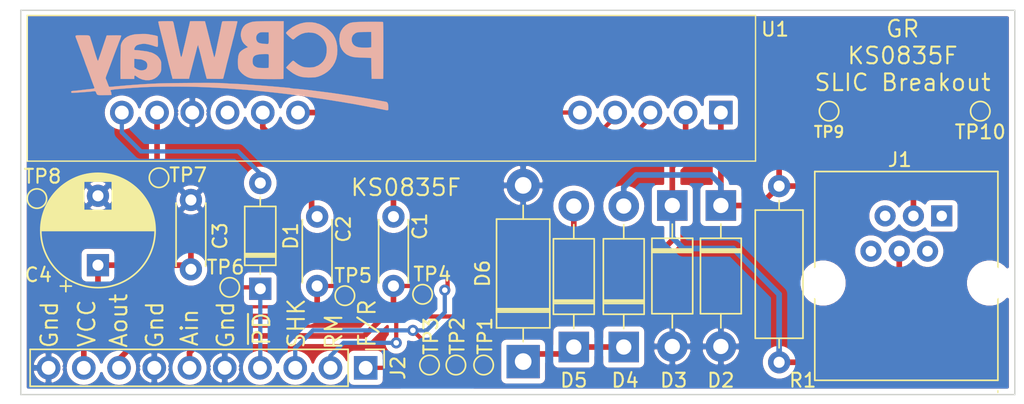
<source format=kicad_pcb>
(kicad_pcb (version 20171130) (host pcbnew "(5.1.2-1)-1")
  (layers (0 F.Cu signal) (31 B.Cu signal) (34 B.Paste user) (35 F.Paste user) (36 B.SilkS user) (37 F.SilkS user) (38 B.Mask user hide) (39 F.Mask user hide) (44 Edge.Cuts user))
  (net 0 "")
  (net 1 GNDREF)
  (net 2 "Net-(C1-Pad2)")
  (net 3 /Ain)
  (net 4 /Aout)
  (net 5 "Net-(C2-Pad2)")
  (net 6 VCC)
  (net 7 /~PD)
  (net 8 "Net-(D1-Pad2)")
  (net 9 "Net-(D2-Pad1)")
  (net 10 "Net-(D3-Pad1)")
  (net 11 "Net-(D4-Pad1)")
  (net 12 "Net-(J1-Pad6)")
  (net 13 "Net-(J1-Pad5)")
  (net 14 "Net-(J1-Pad2)")
  (net 15 "Net-(J1-Pad1)")
  (net 16 /F_R)
  (net 17 /RM)
  (net 18 /SHK)
  (net 19 "Net-(U1-Pad8)")
  (module footprints:RJ_6p6c (layer F.Cu) (at 167.011 111.071)
    (fp_text reference J1 (at 2.7 0 180) (layer F.SilkS))
    (fp_text value RJ)
    (pad 6 thru_hole circle (at 0.62 6.59) (size 1.52 1.52) (drill 0.76) (layers *.Cu *.Mask) (net 12 "Net-(J1-Pad6)"))
    (pad "" np_thru_hole circle (at -2.83 8.89) (size 2.5 2.5) (drill 2.5) (layers *.Cu *.Mask))
    (pad 5 thru_hole circle (at 1.64 4.05) (size 1.52 1.52) (drill 0.76) (layers *.Cu *.Mask) (net 13 "Net-(J1-Pad5)"))
    (pad 4 thru_hole circle (at 2.66 6.59) (size 1.52 1.52) (drill 0.76) (layers *.Cu *.Mask) (net 10 "Net-(D3-Pad1)"))
    (pad 3 thru_hole circle (at 3.68 4.05) (size 1.52 1.52) (drill 0.76) (layers *.Cu *.Mask) (net 9 "Net-(D2-Pad1)"))
    (pad 2 thru_hole circle (at 4.7 6.59) (size 1.52 1.52) (drill 0.76) (layers *.Cu *.Mask) (net 14 "Net-(J1-Pad2)"))
    (pad 1 thru_hole rect (at 5.72 4.05) (size 1.52 1.52) (drill 0.76) (layers *.Cu *.Mask) (net 15 "Net-(J1-Pad1)"))
    (pad "" np_thru_hole circle (at 9.17 8.89) (size 2.5 2.5) (drill 2.5) (layers *.Cu *.Mask))
  )
  (module "_Custom_Footprints:pcb way logo" (layer B.Cu) (at 121.411 104.971 180)
    (fp_text reference G*** hide)
    (fp_text value LOGO hide)
  )
  (module TestPoint:TestPoint_Pad_D1.0mm (layer F.Cu) (at 164.611 107.571)
    (fp_text reference TP9 (at 0 1.5) (layer F.SilkS) (effects (font (size 0.8 0.8))))
    (fp_text value TestPoint)
    (pad 1 smd circle (at 0 0) (size 1 1) (layers F.Cu F.Mask) (net 9 "Net-(D2-Pad1)"))
  )
  (module Diode_THT:D_DO-35_SOD27_P7.62mm_Horizontal (layer F.Cu) (at 123.611 120.371 90)
    (fp_text reference D1 (at 3.8 2.2 270) (layer F.SilkS))
    (fp_text value 1N4148)
    (pad 1 thru_hole rect (at 0 0 90) (size 1.6 1.6) (drill 0.8) (layers *.Cu *.Mask) (net 7 /~PD))
    (pad 2 thru_hole oval (at 7.62 0 90) (size 1.6 1.6) (drill 0.8) (layers *.Cu *.Mask) (net 8 "Net-(D1-Pad2)"))
  )
  (module Diode_THT:D_DO-41_SOD81_P10.16mm_Horizontal (layer F.Cu) (at 156.811 114.371 270)
    (fp_text reference D2 (at 12.6 0 180) (layer F.SilkS))
    (fp_text value 1N4004)
    (pad 1 thru_hole rect (at 0 0 270) (size 2.2 2.2) (drill 1.1) (layers *.Cu *.Mask) (net 9 "Net-(D2-Pad1)"))
    (pad 2 thru_hole oval (at 10.16 0 270) (size 2.2 2.2) (drill 1.1) (layers *.Cu *.Mask) (net 1 GNDREF))
  )
  (module Diode_THT:D_DO-41_SOD81_P10.16mm_Horizontal (layer F.Cu) (at 153.311 114.371 270)
    (fp_text reference D3 (at 12.6 -0.1 180) (layer F.SilkS))
    (fp_text value 1N4004)
    (pad 2 thru_hole oval (at 10.16 0 270) (size 2.2 2.2) (drill 1.1) (layers *.Cu *.Mask) (net 1 GNDREF))
    (pad 1 thru_hole rect (at 0 0 270) (size 2.2 2.2) (drill 1.1) (layers *.Cu *.Mask) (net 10 "Net-(D3-Pad1)"))
  )
  (module Diode_THT:D_DO-41_SOD81_P10.16mm_Horizontal (layer F.Cu) (at 149.811 124.571 90)
    (fp_text reference D4 (at -2.4 0.1 180) (layer F.SilkS))
    (fp_text value 1N4004)
    (pad 1 thru_hole rect (at 0 0 90) (size 2.2 2.2) (drill 1.1) (layers *.Cu *.Mask) (net 11 "Net-(D4-Pad1)"))
    (pad 2 thru_hole oval (at 10.16 0 90) (size 2.2 2.2) (drill 1.1) (layers *.Cu *.Mask) (net 9 "Net-(D2-Pad1)"))
  )
  (module Diode_THT:D_DO-41_SOD81_P10.16mm_Horizontal (layer F.Cu) (at 146.211 124.571 90)
    (fp_text reference D5 (at -2.4 0 180) (layer F.SilkS))
    (fp_text value 1N4004)
    (pad 1 thru_hole rect (at 0 0 90) (size 2.2 2.2) (drill 1.1) (layers *.Cu *.Mask) (net 11 "Net-(D4-Pad1)"))
    (pad 2 thru_hole oval (at 10.16 0 90) (size 2.2 2.2) (drill 1.1) (layers *.Cu *.Mask) (net 10 "Net-(D3-Pad1)"))
  )
  (module Connector_PinHeader_2.54mm:PinHeader_1x10_P2.54mm_Vertical (layer F.Cu) (at 131.211 126.071 270)
    (fp_text reference J2 (at 0 -2.33 90) (layer F.SilkS))
    (fp_text value Conn_01x10)
    (pad 1 thru_hole rect (at 0 0 270) (size 1.7 1.7) (drill 1) (layers *.Cu *.Mask) (net 16 /F_R))
    (pad 2 thru_hole oval (at 0 2.54 270) (size 1.7 1.7) (drill 1) (layers *.Cu *.Mask) (net 17 /RM))
    (pad 3 thru_hole oval (at 0 5.08 270) (size 1.7 1.7) (drill 1) (layers *.Cu *.Mask) (net 18 /SHK))
    (pad 4 thru_hole oval (at 0 7.62 270) (size 1.7 1.7) (drill 1) (layers *.Cu *.Mask) (net 7 /~PD))
    (pad 5 thru_hole oval (at 0 10.16 270) (size 1.7 1.7) (drill 1) (layers *.Cu *.Mask) (net 1 GNDREF))
    (pad 6 thru_hole oval (at 0 12.7 270) (size 1.7 1.7) (drill 1) (layers *.Cu *.Mask) (net 3 /Ain))
    (pad 7 thru_hole oval (at 0 15.24 270) (size 1.7 1.7) (drill 1) (layers *.Cu *.Mask) (net 1 GNDREF))
    (pad 8 thru_hole oval (at 0 17.78 270) (size 1.7 1.7) (drill 1) (layers *.Cu *.Mask) (net 4 /Aout))
    (pad 9 thru_hole oval (at 0 20.32 270) (size 1.7 1.7) (drill 1) (layers *.Cu *.Mask) (net 6 VCC))
    (pad 10 thru_hole oval (at 0 22.86 270) (size 1.7 1.7) (drill 1) (layers *.Cu *.Mask) (net 1 GNDREF))
  )
  (module Resistor_THT:R_Axial_DIN0309_L9.0mm_D3.2mm_P12.70mm_Horizontal (layer F.Cu) (at 161.011 125.671 90)
    (fp_text reference R1 (at -1.3 1.7 180) (layer F.SilkS))
    (fp_text value "1 MEG")
    (pad 1 thru_hole circle (at 0 0 90) (size 1.6 1.6) (drill 0.8) (layers *.Cu *.Mask) (net 10 "Net-(D3-Pad1)"))
    (pad 2 thru_hole oval (at 12.7 0 90) (size 1.6 1.6) (drill 0.8) (layers *.Cu *.Mask) (net 9 "Net-(D2-Pad1)"))
  )
  (module TestPoint:TestPoint_Pad_D1.0mm (layer F.Cu) (at 139.711 125.871)
    (fp_text reference TP1 (at 0.1 -2.1 90) (layer F.SilkS))
    (fp_text value TestPoint)
    (pad 1 smd circle (at 0 0) (size 1 1) (layers F.Cu F.Mask) (net 16 /F_R))
  )
  (module TestPoint:TestPoint_Pad_D1.0mm (layer F.Cu) (at 137.711 125.871)
    (fp_text reference TP2 (at 0.1 -2.1 90) (layer F.SilkS))
    (fp_text value TestPoint)
    (pad 1 smd circle (at 0 0) (size 1 1) (layers F.Cu F.Mask) (net 17 /RM))
  )
  (module TestPoint:TestPoint_Pad_D1.0mm (layer F.Cu) (at 135.811 125.871)
    (fp_text reference TP3 (at 0.1 -2.1 90) (layer F.SilkS))
    (fp_text value TestPoint)
    (pad 1 smd circle (at 0 0) (size 1 1) (layers F.Cu F.Mask) (net 18 /SHK))
  )
  (module TestPoint:TestPoint_Pad_D1.0mm (layer F.Cu) (at 135.311 120.771)
    (fp_text reference TP4 (at 0.7 -1.448) (layer F.SilkS))
    (fp_text value TestPoint)
    (pad 1 smd circle (at 0 0) (size 1 1) (layers F.Cu F.Mask) (net 3 /Ain))
  )
  (module TestPoint:TestPoint_Pad_D1.0mm (layer F.Cu) (at 129.711 120.871)
    (fp_text reference TP5 (at 0.6 -1.448) (layer F.SilkS))
    (fp_text value TestPoint)
    (pad 1 smd circle (at 0 0) (size 1 1) (layers F.Cu F.Mask) (net 4 /Aout))
  )
  (module TestPoint:TestPoint_Pad_D1.0mm (layer F.Cu) (at 121.411 120.271)
    (fp_text reference TP6 (at -0.3 -1.448) (layer F.SilkS))
    (fp_text value TestPoint)
    (pad 1 smd circle (at 0 0) (size 1 1) (layers F.Cu F.Mask) (net 7 /~PD))
  )
  (module TestPoint:TestPoint_Pad_D1.0mm (layer F.Cu) (at 116.311 112.371)
    (fp_text reference TP7 (at 2.1 -0.2) (layer F.SilkS))
    (fp_text value TestPoint)
    (pad 1 smd circle (at 0 0) (size 1 1) (layers F.Cu F.Mask) (net 6 VCC))
  )
  (module TestPoint:TestPoint_Pad_D1.0mm (layer F.Cu) (at 107.511 113.871)
    (fp_text reference TP8 (at 0.4 -1.6) (layer F.SilkS))
    (fp_text value TestPoint)
    (pad 1 smd circle (at 0 0) (size 1 1) (layers F.Cu F.Mask) (net 1 GNDREF))
  )
  (module TestPoint:TestPoint_Pad_D1.0mm (layer F.Cu) (at 175.511 107.571)
    (fp_text reference TP10 (at 0 1.5) (layer F.SilkS))
    (fp_text value TestPoint)
    (pad 1 smd circle (at 0 0) (size 1 1) (layers F.Cu F.Mask) (net 10 "Net-(D3-Pad1)"))
  )
  (module footprints:KS0835F (layer F.Cu) (at 156.811 107.671 270)
    (fp_text reference U1 (at -6 -3.9 180) (layer F.SilkS))
    (fp_text value KS0835F)
    (pad 11 thru_hole oval (at 0 43.18 270) (size 1.7 1.7) (drill 1) (layers *.Cu *.Mask) (net 8 "Net-(D1-Pad2)"))
    (pad 10 thru_hole oval (at 0 40.64 270) (size 1.7 1.7) (drill 1) (layers *.Cu *.Mask) (net 6 VCC))
    (pad 9 thru_hole oval (at 0 38.1 270) (size 1.7 1.7) (drill 1) (layers *.Cu *.Mask) (net 1 GNDREF))
    (pad 8 thru_hole oval (at 0 35.56 270) (size 1.7 1.7) (drill 1) (layers *.Cu *.Mask) (net 19 "Net-(U1-Pad8)"))
    (pad 7 thru_hole oval (at 0 33.02 270) (size 1.7 1.7) (drill 1) (layers *.Cu *.Mask) (net 5 "Net-(C2-Pad2)"))
    (pad 6 thru_hole oval (at 0 30.48 270) (size 1.7 1.7) (drill 1) (layers *.Cu *.Mask) (net 2 "Net-(C1-Pad2)"))
    (pad 5 thru_hole oval (at 0 10.16 270) (size 1.7 1.7) (drill 1) (layers *.Cu *.Mask) (net 18 /SHK))
    (pad 4 thru_hole oval (at 0 7.62 270) (size 1.7 1.7) (drill 1) (layers *.Cu *.Mask) (net 17 /RM))
    (pad 3 thru_hole oval (at 0 5.08 270) (size 1.7 1.7) (drill 1) (layers *.Cu *.Mask) (net 16 /F_R))
    (pad 2 thru_hole oval (at 0 2.54 270) (size 1.7 1.7) (drill 1) (layers *.Cu *.Mask) (net 10 "Net-(D3-Pad1)"))
    (pad 1 thru_hole rect (at 0 0 270) (size 1.7 1.7) (drill 1) (layers *.Cu *.Mask) (net 9 "Net-(D2-Pad1)"))
  )
  (module Capacitor_THT:C_Disc_D4.3mm_W1.9mm_P5.00mm (layer F.Cu) (at 133.211 120.171 90)
    (fp_text reference C1 (at 4.3 1.9 90) (layer F.SilkS))
    (fp_text value 100nF)
    (pad 1 thru_hole circle (at 0 0 90) (size 1.6 1.6) (drill 0.8) (layers *.Cu *.Mask) (net 3 /Ain))
    (pad 2 thru_hole circle (at 5 0 90) (size 1.6 1.6) (drill 0.8) (layers *.Cu *.Mask) (net 2 "Net-(C1-Pad2)"))
  )
  (module Capacitor_THT:C_Disc_D4.3mm_W1.9mm_P5.00mm (layer F.Cu) (at 127.711 120.171 90)
    (fp_text reference C2 (at 4.1 1.9 270) (layer F.SilkS))
    (fp_text value 100nF)
    (pad 2 thru_hole circle (at 5 0 90) (size 1.6 1.6) (drill 0.8) (layers *.Cu *.Mask) (net 5 "Net-(C2-Pad2)"))
    (pad 1 thru_hole circle (at 0 0 90) (size 1.6 1.6) (drill 0.8) (layers *.Cu *.Mask) (net 4 /Aout))
  )
  (module Capacitor_THT:C_Disc_D4.3mm_W1.9mm_P5.00mm (layer F.Cu) (at 118.611 118.971 90)
    (fp_text reference C3 (at 2.4 2.1 270) (layer F.SilkS))
    (fp_text value 100nF)
    (pad 1 thru_hole circle (at 0 0 90) (size 1.6 1.6) (drill 0.8) (layers *.Cu *.Mask) (net 6 VCC))
    (pad 2 thru_hole circle (at 5 0 90) (size 1.6 1.6) (drill 0.8) (layers *.Cu *.Mask) (net 1 GNDREF))
  )
  (module Capacitor_THT:CP_Radial_D8.0mm_P5.00mm (layer F.Cu) (at 111.911 118.671 90)
    (fp_text reference C4 (at -0.7 -4.3 180) (layer F.SilkS))
    (fp_text value "10uF 16v")
    (pad 1 thru_hole rect (at 0 0 90) (size 1.6 1.6) (drill 0.8) (layers *.Cu *.Mask) (net 6 VCC))
    (pad 2 thru_hole circle (at 5 0 90) (size 1.6 1.6) (drill 0.8) (layers *.Cu *.Mask) (net 1 GNDREF))
  )
  (module Diode_THT:D_DO-15_P12.70mm_Horizontal (layer F.Cu) (at 142.561 125.621 90)
    (fp_text reference D6 (at 6.35 -2.92 90) (layer F.SilkS))
    (fp_text value P6KE82)
    (pad 1 thru_hole rect (at 0 0 90) (size 2.4 2.4) (drill 1.2) (layers *.Cu *.Mask) (net 11 "Net-(D4-Pad1)"))
    (pad 2 thru_hole oval (at 12.7 0 90) (size 2.4 2.4) (drill 1.2) (layers *.Cu *.Mask) (net 1 GNDREF))
  )
  (gr_text F/R (at 131.311 122.871 90) (layer F.SilkS) (effects (font (size 1.2 1.2))))
  (gr_text RM (at 128.911 123.471 90) (layer F.SilkS) (effects (font (size 1.2 1.2))))
  (gr_text SHK (at 126.211 122.871 90) (layer F.SilkS) (effects (font (size 1.2 1.2))))
  (gr_text ~PD (at 123.711 123.271 90) (layer F.SilkS) (effects (font (size 1.2 1.2))))
  (gr_text "Ain\n" (at 118.511 123.171 90) (layer F.SilkS) (effects (font (size 1.2 1.2))))
  (gr_text "Aout\n" (at 113.411 122.671 90) (layer F.SilkS) (effects (font (size 1.2 1.2))))
  (gr_text VCC (at 111.111 122.871 90) (layer F.SilkS) (effects (font (size 1.2 1.2))))
  (gr_text Gnd (at 121.111 122.971 90) (layer F.SilkS) (effects (font (size 1.2 1.2))))
  (gr_text Gnd (at 116.011 122.971 90) (layer F.SilkS) (effects (font (size 1.2 1.2))))
  (gr_text KS0835F (at 134.111 113.071) (layer F.SilkS) (effects (font (size 1.2 1.2))))
  (gr_text Gnd (at 108.411 122.971 90) (layer F.SilkS) (effects (font (size 1.2 1.2))))
  (gr_text "GR\nKS0835F\nSLIC Breakout" (at 169.911 103.571) (layer F.SilkS) (effects (font (size 1.2 1.2))))
  (gr_line (start 106.35 128) (end 178 128) (layer Edge.Cuts) (width 0.1))
  (gr_line (start 106.35 100.3) (end 106.35 128) (layer Edge.Cuts) (width 0.1))
  (gr_line (start 178 100.3) (end 106.35 100.3) (layer Edge.Cuts) (width 0.1))
  (gr_line (start 178 128) (end 178 100.3) (layer Edge.Cuts) (width 0.1))
  (segment (start 126.331 107.671) (end 128.911 107.671) (width 0.4064) (layer F.Cu) (net 2))
  (segment (start 133.211 111.971) (end 133.211 115.171) (width 0.4064) (layer F.Cu) (net 2))
  (segment (start 128.911 107.671) (end 133.211 111.971) (width 0.4064) (layer F.Cu) (net 2))
  (segment (start 118.511 126.071) (end 118.511 124.971) (width 0.4064) (layer F.Cu) (net 3))
  (segment (start 118.511 124.971) (end 119.711 123.771) (width 0.4064) (layer F.Cu) (net 3))
  (segment (start 119.711 123.771) (end 131.111 123.771) (width 0.4064) (layer F.Cu) (net 3))
  (segment (start 133.211 121.671) (end 133.211 120.171) (width 0.4064) (layer F.Cu) (net 3))
  (segment (start 131.111 123.771) (end 133.211 121.671) (width 0.4064) (layer F.Cu) (net 3))
  (segment (start 134.711 120.171) (end 135.311 120.771) (width 0.3048) (layer F.Cu) (net 3))
  (segment (start 133.211 120.171) (end 134.711 120.171) (width 0.3048) (layer F.Cu) (net 3))
  (segment (start 127.711 121.771) (end 127.711 120.171) (width 0.4064) (layer F.Cu) (net 4))
  (segment (start 127.111 122.371) (end 127.711 121.771) (width 0.4064) (layer F.Cu) (net 4))
  (segment (start 116.511 122.371) (end 127.111 122.371) (width 0.4064) (layer F.Cu) (net 4))
  (segment (start 113.431 125.451) (end 116.511 122.371) (width 0.4064) (layer F.Cu) (net 4))
  (segment (start 113.431 126.071) (end 113.431 125.451) (width 0.4064) (layer F.Cu) (net 4))
  (segment (start 129.011 120.171) (end 129.711 120.871) (width 0.3048) (layer F.Cu) (net 4))
  (segment (start 127.711 120.171) (end 129.011 120.171) (width 0.3048) (layer F.Cu) (net 4))
  (segment (start 123.791 107.671) (end 123.791 108.751) (width 0.4064) (layer F.Cu) (net 5))
  (segment (start 123.791 108.751) (end 127.311 112.271) (width 0.4064) (layer F.Cu) (net 5))
  (segment (start 127.311 114.771) (end 127.711 115.171) (width 0.4064) (layer F.Cu) (net 5))
  (segment (start 127.311 112.271) (end 127.311 114.771) (width 0.4064) (layer F.Cu) (net 5))
  (segment (start 110.891 126.071) (end 110.891 121.591) (width 0.4064) (layer F.Cu) (net 6))
  (segment (start 111.911 120.571) (end 111.911 118.671) (width 0.4064) (layer F.Cu) (net 6))
  (segment (start 110.891 121.591) (end 111.911 120.571) (width 0.4064) (layer F.Cu) (net 6))
  (segment (start 118.311 118.671) (end 118.611 118.971) (width 0.4064) (layer F.Cu) (net 6))
  (segment (start 111.911 118.671) (end 118.311 118.671) (width 0.4064) (layer F.Cu) (net 6))
  (segment (start 116.171 112.231) (end 116.311 112.371) (width 0.4064) (layer F.Cu) (net 6))
  (segment (start 116.171 107.671) (end 116.171 112.231) (width 0.4064) (layer F.Cu) (net 6))
  (segment (start 116.311 112.371) (end 116.311 114.971) (width 0.4064) (layer F.Cu) (net 6))
  (segment (start 118.611 117.271) (end 118.611 118.971) (width 0.4064) (layer F.Cu) (net 6))
  (segment (start 116.311 114.971) (end 118.611 117.271) (width 0.4064) (layer F.Cu) (net 6))
  (segment (start 123.611 126.051) (end 123.591 126.071) (width 0.3048) (layer B.Cu) (net 7))
  (segment (start 123.611 120.371) (end 123.611 126.051) (width 0.3048) (layer B.Cu) (net 7))
  (segment (start 123.511 120.271) (end 123.611 120.371) (width 0.3048) (layer F.Cu) (net 7))
  (segment (start 121.411 120.271) (end 123.511 120.271) (width 0.3048) (layer F.Cu) (net 7))
  (segment (start 123.611 112.751) (end 123.611 112.071) (width 0.3048) (layer B.Cu) (net 8))
  (segment (start 123.611 112.071) (end 122.011 110.471) (width 0.3048) (layer B.Cu) (net 8))
  (segment (start 122.011 110.471) (end 115.011 110.471) (width 0.3048) (layer B.Cu) (net 8))
  (segment (start 113.631 109.091) (end 113.631 107.671) (width 0.3048) (layer B.Cu) (net 8))
  (segment (start 115.011 110.471) (end 113.631 109.091) (width 0.3048) (layer B.Cu) (net 8))
  (segment (start 156.811 107.671) (end 156.811 114.371) (width 0.4064) (layer F.Cu) (net 9))
  (segment (start 159.611 114.371) (end 161.011 112.971) (width 0.4064) (layer F.Cu) (net 9))
  (segment (start 156.811 114.371) (end 159.611 114.371) (width 0.4064) (layer F.Cu) (net 9))
  (segment (start 156.811 114.371) (end 156.811 112.871) (width 0.4064) (layer B.Cu) (net 9))
  (segment (start 156.811 112.871) (end 156.111 112.171) (width 0.4064) (layer B.Cu) (net 9))
  (segment (start 156.111 112.171) (end 150.711 112.171) (width 0.4064) (layer B.Cu) (net 9))
  (segment (start 149.811 113.071) (end 149.811 114.411) (width 0.4064) (layer B.Cu) (net 9))
  (segment (start 150.711 112.171) (end 149.811 113.071) (width 0.4064) (layer B.Cu) (net 9))
  (segment (start 161.111 112.971) (end 161.011 112.971) (width 0.4064) (layer F.Cu) (net 9))
  (segment (start 161.011 112.971) (end 170.011 112.971) (width 0.4064) (layer F.Cu) (net 9))
  (segment (start 170.691 113.651) (end 170.691 115.121) (width 0.4064) (layer F.Cu) (net 9))
  (segment (start 170.011 112.971) (end 170.691 113.651) (width 0.4064) (layer F.Cu) (net 9))
  (segment (start 164.611 107.571) (end 163.911 107.571) (width 0.4064) (layer F.Cu) (net 9))
  (segment (start 161.011 110.471) (end 161.011 112.971) (width 0.4064) (layer F.Cu) (net 9))
  (segment (start 163.911 107.571) (end 161.011 110.471) (width 0.4064) (layer F.Cu) (net 9))
  (segment (start 153.311 114.371) (end 153.311 111.571) (width 0.4064) (layer F.Cu) (net 10))
  (segment (start 154.271 110.611) (end 154.271 107.671) (width 0.4064) (layer F.Cu) (net 10))
  (segment (start 153.311 111.571) (end 154.271 110.611) (width 0.4064) (layer F.Cu) (net 10))
  (segment (start 153.311 116.871) (end 153.311 114.371) (width 0.4064) (layer F.Cu) (net 10))
  (segment (start 152.411 117.771) (end 153.311 116.871) (width 0.4064) (layer F.Cu) (net 10))
  (segment (start 147.011 117.771) (end 152.411 117.771) (width 0.4064) (layer F.Cu) (net 10))
  (segment (start 146.211 116.971) (end 147.011 117.771) (width 0.4064) (layer F.Cu) (net 10))
  (segment (start 146.211 114.411) (end 146.211 116.971) (width 0.4064) (layer F.Cu) (net 10))
  (segment (start 161.011 125.671) (end 161.011 120.771) (width 0.4064) (layer B.Cu) (net 10))
  (segment (start 161.011 120.771) (end 157.711 117.471) (width 0.4064) (layer B.Cu) (net 10))
  (segment (start 157.711 117.471) (end 154.111 117.471) (width 0.4064) (layer B.Cu) (net 10))
  (segment (start 153.311 116.671) (end 153.311 114.371) (width 0.4064) (layer B.Cu) (net 10))
  (segment (start 154.111 117.471) (end 153.311 116.671) (width 0.4064) (layer B.Cu) (net 10))
  (segment (start 166.711 125.671) (end 169.671 122.711) (width 0.4064) (layer F.Cu) (net 10))
  (segment (start 161.011 125.671) (end 166.711 125.671) (width 0.4064) (layer F.Cu) (net 10))
  (segment (start 175.511 107.571) (end 175.511 117.171) (width 0.4064) (layer F.Cu) (net 10))
  (segment (start 175.511 117.171) (end 172.971 119.711) (width 0.4064) (layer F.Cu) (net 10))
  (segment (start 172.971 119.711) (end 169.671 119.711) (width 0.4064) (layer F.Cu) (net 10))
  (segment (start 169.671 119.711) (end 169.671 117.661) (width 0.4064) (layer F.Cu) (net 10))
  (segment (start 169.671 122.711) (end 169.671 119.711) (width 0.4064) (layer F.Cu) (net 10))
  (segment (start 149.811 124.571) (end 146.211 124.571) (width 0.4064) (layer F.Cu) (net 11))
  (segment (start 145.711 125.071) (end 146.211 124.571) (width 0.4064) (layer F.Cu) (net 11))
  (segment (start 143.111 125.071) (end 145.711 125.071) (width 0.4064) (layer F.Cu) (net 11))
  (segment (start 142.561 125.621) (end 143.111 125.071) (width 0.4064) (layer F.Cu) (net 11))
  (segment (start 131.211 126.071) (end 133.211 126.071) (width 0.3048) (layer F.Cu) (net 16))
  (segment (start 133.211 126.071) (end 134.511 127.371) (width 0.3048) (layer F.Cu) (net 16))
  (segment (start 138.211 127.371) (end 139.711 125.871) (width 0.3048) (layer F.Cu) (net 16))
  (segment (start 134.511 127.371) (end 138.211 127.371) (width 0.3048) (layer F.Cu) (net 16))
  (segment (start 139.711 112.321) (end 139.711 125.871) (width 0.3048) (layer F.Cu) (net 16))
  (segment (start 141.361 110.671) (end 139.711 112.321) (width 0.3048) (layer F.Cu) (net 16))
  (segment (start 149.111 110.671) (end 141.361 110.671) (width 0.3048) (layer F.Cu) (net 16))
  (segment (start 151.731 108.051) (end 149.111 110.671) (width 0.3048) (layer F.Cu) (net 16))
  (segment (start 151.731 107.671) (end 151.731 108.051) (width 0.3048) (layer F.Cu) (net 16))
  (segment (start 128.671 126.071) (end 128.671 125.211) (width 0.3048) (layer B.Cu) (net 17))
  (segment (start 128.671 125.211) (end 129.611 124.271) (width 0.3048) (layer B.Cu) (net 17))
  (via (at 133.411 124.271) (size 0.8) (drill 0.4) (layers F.Cu B.Cu) (net 17))
  (segment (start 129.611 124.271) (end 133.411 124.271) (width 0.3048) (layer B.Cu) (net 17))
  (segment (start 137.711 124.771) (end 137.711 125.871) (width 0.3048) (layer F.Cu) (net 17))
  (segment (start 138.111 122.371) (end 138.211 122.271) (width 0.3048) (layer F.Cu) (net 17))
  (segment (start 133.811 122.371) (end 138.111 122.371) (width 0.3048) (layer F.Cu) (net 17))
  (segment (start 133.411 122.771) (end 133.811 122.371) (width 0.3048) (layer F.Cu) (net 17))
  (segment (start 133.411 124.271) (end 133.411 122.771) (width 0.3048) (layer F.Cu) (net 17))
  (segment (start 137.711 124.871) (end 137.711 125.871) (width 0.3048) (layer F.Cu) (net 17))
  (segment (start 138.211 124.371) (end 137.711 124.871) (width 0.3048) (layer F.Cu) (net 17))
  (segment (start 138.211 122.271) (end 138.211 124.371) (width 0.3048) (layer F.Cu) (net 17))
  (segment (start 138.211 112.021) (end 138.211 122.271) (width 0.3048) (layer F.Cu) (net 17))
  (segment (start 147.861 109.321) (end 140.911 109.321) (width 0.3048) (layer F.Cu) (net 17))
  (segment (start 149.191 107.991) (end 147.861 109.321) (width 0.3048) (layer F.Cu) (net 17))
  (segment (start 140.911 109.321) (end 138.211 112.021) (width 0.3048) (layer F.Cu) (net 17))
  (segment (start 149.191 107.671) (end 149.191 107.991) (width 0.3048) (layer F.Cu) (net 17))
  (segment (start 135.811 124.571) (end 135.811 125.871) (width 0.3048) (layer F.Cu) (net 18))
  (segment (start 134.611 123.371) (end 135.811 124.571) (width 0.3048) (layer F.Cu) (net 18))
  (segment (start 126.131 124.651) (end 126.131 126.071) (width 0.3048) (layer B.Cu) (net 18))
  (segment (start 127.411 123.371) (end 126.131 124.651) (width 0.3048) (layer B.Cu) (net 18))
  (segment (start 134.611 123.371) (end 127.411 123.371) (width 0.3048) (layer B.Cu) (net 18))
  (via (at 134.611 123.371) (size 0.8) (drill 0.4) (layers F.Cu B.Cu) (net 18))
  (segment (start 135.611 123.371) (end 134.611 123.371) (width 0.3048) (layer B.Cu) (net 18))
  (segment (start 136.911 122.071) (end 135.611 123.371) (width 0.3048) (layer B.Cu) (net 18))
  (segment (start 136.911 120.471) (end 136.911 122.071) (width 0.3048) (layer B.Cu) (net 18))
  (via (at 136.911 120.471) (size 0.8) (drill 0.4) (layers F.Cu B.Cu) (net 18))
  (segment (start 140.461 107.671) (end 146.651 107.671) (width 0.3048) (layer F.Cu) (net 18))
  (segment (start 137.111 111.021) (end 140.461 107.671) (width 0.3048) (layer F.Cu) (net 18))
  (segment (start 137.111 120.271) (end 137.111 111.021) (width 0.3048) (layer F.Cu) (net 18))
  (segment (start 136.911 120.471) (end 137.111 120.271) (width 0.3048) (layer F.Cu) (net 18))
  (zone (net 1) (net_name GNDREF) (layer F.Cu) (connect_pads (clearance 0.381)) (min_thickness 0.2032) (fill yes (arc_segments 32) (thermal_gap 0.254) (thermal_bridge_width 0.4064))
    (polygon (pts (xy 104.849611 99.807042) (xy 178.293679 99.669889) (xy 178.528322 128.472111) (xy 105.096954 128.494964)))
  )
  (zone (net 1) (net_name GNDREF) (layer B.Cu) (connect_pads (clearance 0.381)) (min_thickness 0.2032) (fill yes (arc_segments 32) (thermal_gap 0.254) (thermal_bridge_width 0.4064))
    (polygon (pts (xy 105.055684 99.557364) (xy 178.343374 99.834434) (xy 178.678626 128.707566) (xy 105.332516 128.560036)))
  )
)
</source>
